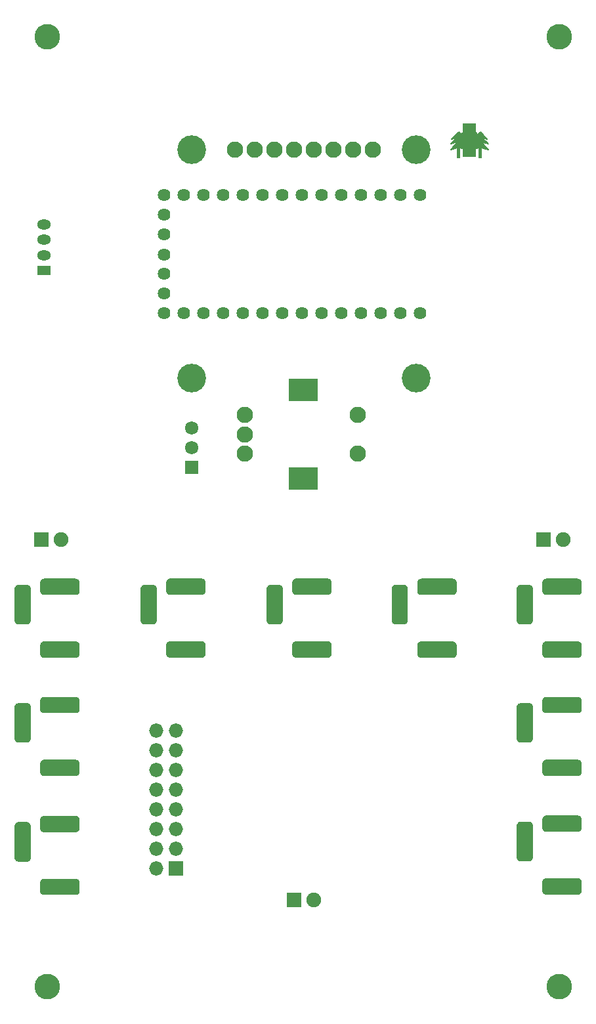
<source format=gbs>
G04 #@! TF.GenerationSoftware,KiCad,Pcbnew,(5.0.0-rc2-dev-444-g2974a2c10)*
G04 #@! TF.CreationDate,2019-06-05T22:24:42-07:00*
G04 #@! TF.ProjectId,2019-04-06_Range_Slicer_PCB,323031392D30342D30365F52616E6765,v02*
G04 #@! TF.SameCoordinates,Original*
G04 #@! TF.FileFunction,Soldermask,Bot*
G04 #@! TF.FilePolarity,Negative*
%FSLAX46Y46*%
G04 Gerber Fmt 4.6, Leading zero omitted, Abs format (unit mm)*
G04 Created by KiCad (PCBNEW (5.0.0-rc2-dev-444-g2974a2c10)) date 06/05/19 22:24:42*
%MOMM*%
%LPD*%
G01*
G04 APERTURE LIST*
%ADD10C,0.150000*%
%ADD11C,0.078740*%
%ADD12C,2.101600*%
%ADD13R,1.901600X1.901600*%
%ADD14C,1.901600*%
%ADD15R,3.701600X2.901600*%
%ADD16R,1.828800X1.828800*%
%ADD17O,1.828800X1.828800*%
%ADD18C,1.625600*%
%ADD19R,1.701600X1.301600*%
%ADD20R,1.801600X1.301600*%
%ADD21O,1.801600X1.301600*%
%ADD22C,1.721600*%
%ADD23R,1.721600X1.721600*%
%ADD24C,3.701600*%
%ADD25C,3.301600*%
G04 APERTURE END LIST*
D10*
G36*
X155956000Y-45430000D02*
X155956000Y-47230000D01*
X157966000Y-47250000D01*
X157966000Y-45450000D01*
X155956000Y-45430000D01*
G37*
X155956000Y-45430000D02*
X155956000Y-47230000D01*
X157966000Y-47250000D01*
X157966000Y-45450000D01*
X155956000Y-45430000D01*
G36*
X158376000Y-45250000D02*
X157487000Y-46139000D01*
X158249000Y-45885000D01*
X157360000Y-46774000D01*
X158249000Y-46520000D01*
X157360000Y-47536000D01*
X158249000Y-47282000D01*
X158249000Y-48552000D01*
X158503000Y-48552000D01*
X158503000Y-47282000D01*
X159392000Y-47536000D01*
X158503000Y-46520000D01*
X159392000Y-46774000D01*
X158503000Y-45885000D01*
X159265000Y-46139000D01*
X158376000Y-45250000D01*
G37*
X158376000Y-45250000D02*
X157487000Y-46139000D01*
X158249000Y-45885000D01*
X157360000Y-46774000D01*
X158249000Y-46520000D01*
X157360000Y-47536000D01*
X158249000Y-47282000D01*
X158249000Y-48552000D01*
X158503000Y-48552000D01*
X158503000Y-47282000D01*
X159392000Y-47536000D01*
X158503000Y-46520000D01*
X159392000Y-46774000D01*
X158503000Y-45885000D01*
X159265000Y-46139000D01*
X158376000Y-45250000D01*
G36*
X156979000Y-44488000D02*
X156090000Y-45377000D01*
X156852000Y-45123000D01*
X155963000Y-46012000D01*
X156852000Y-45758000D01*
X155963000Y-46774000D01*
X156852000Y-46520000D01*
X156852000Y-47790000D01*
X157106000Y-47790000D01*
X157106000Y-46520000D01*
X157995000Y-46774000D01*
X157106000Y-45758000D01*
X157995000Y-46012000D01*
X157106000Y-45123000D01*
X157868000Y-45377000D01*
X156979000Y-44488000D01*
G37*
X156979000Y-44488000D02*
X156090000Y-45377000D01*
X156852000Y-45123000D01*
X155963000Y-46012000D01*
X156852000Y-45758000D01*
X155963000Y-46774000D01*
X156852000Y-46520000D01*
X156852000Y-47790000D01*
X157106000Y-47790000D01*
X157106000Y-46520000D01*
X157995000Y-46774000D01*
X157106000Y-45758000D01*
X157995000Y-46012000D01*
X157106000Y-45123000D01*
X157868000Y-45377000D01*
X156979000Y-44488000D01*
G36*
X155582000Y-45250000D02*
X154693000Y-46139000D01*
X155455000Y-45885000D01*
X154566000Y-46774000D01*
X155455000Y-46520000D01*
X154566000Y-47536000D01*
X155455000Y-47282000D01*
X155455000Y-48552000D01*
X155709000Y-48552000D01*
X155709000Y-47282000D01*
X156598000Y-47536000D01*
X155709000Y-46520000D01*
X156598000Y-46774000D01*
X155709000Y-45885000D01*
X156471000Y-46139000D01*
X155582000Y-45250000D01*
G37*
X155582000Y-45250000D02*
X154693000Y-46139000D01*
X155455000Y-45885000D01*
X154566000Y-46774000D01*
X155455000Y-46520000D01*
X154566000Y-47536000D01*
X155455000Y-47282000D01*
X155455000Y-48552000D01*
X155709000Y-48552000D01*
X155709000Y-47282000D01*
X156598000Y-47536000D01*
X155709000Y-46520000D01*
X156598000Y-46774000D01*
X155709000Y-45885000D01*
X156471000Y-46139000D01*
X155582000Y-45250000D01*
D11*
G36*
X122460898Y-102838730D02*
X122511900Y-102846295D01*
X122561916Y-102858824D01*
X122610462Y-102876194D01*
X122657072Y-102898239D01*
X122701297Y-102924746D01*
X122742710Y-102955460D01*
X122780914Y-102990086D01*
X122815540Y-103028290D01*
X122846254Y-103069703D01*
X122872761Y-103113928D01*
X122894806Y-103160538D01*
X122912176Y-103209084D01*
X122924705Y-103259100D01*
X122932270Y-103310102D01*
X122934800Y-103361600D01*
X122934800Y-104412400D01*
X122932270Y-104463898D01*
X122924705Y-104514900D01*
X122912176Y-104564916D01*
X122894806Y-104613462D01*
X122872761Y-104660072D01*
X122846254Y-104704297D01*
X122815540Y-104745710D01*
X122780914Y-104783914D01*
X122742710Y-104818540D01*
X122701297Y-104849254D01*
X122657072Y-104875761D01*
X122610462Y-104897806D01*
X122561916Y-104915176D01*
X122511900Y-104927705D01*
X122460898Y-104935270D01*
X122409400Y-104937800D01*
X118358600Y-104937800D01*
X118307102Y-104935270D01*
X118256100Y-104927705D01*
X118206084Y-104915176D01*
X118157538Y-104897806D01*
X118110928Y-104875761D01*
X118066703Y-104849254D01*
X118025290Y-104818540D01*
X117987086Y-104783914D01*
X117952460Y-104745710D01*
X117921746Y-104704297D01*
X117895239Y-104660072D01*
X117873194Y-104613462D01*
X117855824Y-104564916D01*
X117843295Y-104514900D01*
X117835730Y-104463898D01*
X117833200Y-104412400D01*
X117833200Y-103361600D01*
X117835730Y-103310102D01*
X117843295Y-103259100D01*
X117855824Y-103209084D01*
X117873194Y-103160538D01*
X117895239Y-103113928D01*
X117921746Y-103069703D01*
X117952460Y-103028290D01*
X117987086Y-102990086D01*
X118025290Y-102955460D01*
X118066703Y-102924746D01*
X118110928Y-102898239D01*
X118157538Y-102876194D01*
X118206084Y-102858824D01*
X118256100Y-102846295D01*
X118307102Y-102838730D01*
X118358600Y-102836200D01*
X122409400Y-102836200D01*
X122460898Y-102838730D01*
X122460898Y-102838730D01*
G37*
D12*
X120384000Y-103887000D03*
D11*
G36*
X116160898Y-103638730D02*
X116211900Y-103646295D01*
X116261916Y-103658824D01*
X116310462Y-103676194D01*
X116357072Y-103698239D01*
X116401297Y-103724746D01*
X116442710Y-103755460D01*
X116480914Y-103790086D01*
X116515540Y-103828290D01*
X116546254Y-103869703D01*
X116572761Y-103913928D01*
X116594806Y-103960538D01*
X116612176Y-104009084D01*
X116624705Y-104059100D01*
X116632270Y-104110102D01*
X116634800Y-104161600D01*
X116634800Y-108212400D01*
X116632270Y-108263898D01*
X116624705Y-108314900D01*
X116612176Y-108364916D01*
X116594806Y-108413462D01*
X116572761Y-108460072D01*
X116546254Y-108504297D01*
X116515540Y-108545710D01*
X116480914Y-108583914D01*
X116442710Y-108618540D01*
X116401297Y-108649254D01*
X116357072Y-108675761D01*
X116310462Y-108697806D01*
X116261916Y-108715176D01*
X116211900Y-108727705D01*
X116160898Y-108735270D01*
X116109400Y-108737800D01*
X115058600Y-108737800D01*
X115007102Y-108735270D01*
X114956100Y-108727705D01*
X114906084Y-108715176D01*
X114857538Y-108697806D01*
X114810928Y-108675761D01*
X114766703Y-108649254D01*
X114725290Y-108618540D01*
X114687086Y-108583914D01*
X114652460Y-108545710D01*
X114621746Y-108504297D01*
X114595239Y-108460072D01*
X114573194Y-108413462D01*
X114555824Y-108364916D01*
X114543295Y-108314900D01*
X114535730Y-108263898D01*
X114533200Y-108212400D01*
X114533200Y-104161600D01*
X114535730Y-104110102D01*
X114543295Y-104059100D01*
X114555824Y-104009084D01*
X114573194Y-103960538D01*
X114595239Y-103913928D01*
X114621746Y-103869703D01*
X114652460Y-103828290D01*
X114687086Y-103790086D01*
X114725290Y-103755460D01*
X114766703Y-103724746D01*
X114810928Y-103698239D01*
X114857538Y-103676194D01*
X114906084Y-103658824D01*
X114956100Y-103646295D01*
X115007102Y-103638730D01*
X115058600Y-103636200D01*
X116109400Y-103636200D01*
X116160898Y-103638730D01*
X116160898Y-103638730D01*
G37*
D12*
X115584000Y-106187000D03*
D11*
G36*
X122460898Y-110938730D02*
X122511900Y-110946295D01*
X122561916Y-110958824D01*
X122610462Y-110976194D01*
X122657072Y-110998239D01*
X122701297Y-111024746D01*
X122742710Y-111055460D01*
X122780914Y-111090086D01*
X122815540Y-111128290D01*
X122846254Y-111169703D01*
X122872761Y-111213928D01*
X122894806Y-111260538D01*
X122912176Y-111309084D01*
X122924705Y-111359100D01*
X122932270Y-111410102D01*
X122934800Y-111461600D01*
X122934800Y-112512400D01*
X122932270Y-112563898D01*
X122924705Y-112614900D01*
X122912176Y-112664916D01*
X122894806Y-112713462D01*
X122872761Y-112760072D01*
X122846254Y-112804297D01*
X122815540Y-112845710D01*
X122780914Y-112883914D01*
X122742710Y-112918540D01*
X122701297Y-112949254D01*
X122657072Y-112975761D01*
X122610462Y-112997806D01*
X122561916Y-113015176D01*
X122511900Y-113027705D01*
X122460898Y-113035270D01*
X122409400Y-113037800D01*
X118358600Y-113037800D01*
X118307102Y-113035270D01*
X118256100Y-113027705D01*
X118206084Y-113015176D01*
X118157538Y-112997806D01*
X118110928Y-112975761D01*
X118066703Y-112949254D01*
X118025290Y-112918540D01*
X117987086Y-112883914D01*
X117952460Y-112845710D01*
X117921746Y-112804297D01*
X117895239Y-112760072D01*
X117873194Y-112713462D01*
X117855824Y-112664916D01*
X117843295Y-112614900D01*
X117835730Y-112563898D01*
X117833200Y-112512400D01*
X117833200Y-111461600D01*
X117835730Y-111410102D01*
X117843295Y-111359100D01*
X117855824Y-111309084D01*
X117873194Y-111260538D01*
X117895239Y-111213928D01*
X117921746Y-111169703D01*
X117952460Y-111128290D01*
X117987086Y-111090086D01*
X118025290Y-111055460D01*
X118066703Y-111024746D01*
X118110928Y-110998239D01*
X118157538Y-110976194D01*
X118206084Y-110958824D01*
X118256100Y-110946295D01*
X118307102Y-110938730D01*
X118358600Y-110936200D01*
X122409400Y-110936200D01*
X122460898Y-110938730D01*
X122460898Y-110938730D01*
G37*
D12*
X120384000Y-111987000D03*
D11*
G36*
X138716898Y-102838730D02*
X138767900Y-102846295D01*
X138817916Y-102858824D01*
X138866462Y-102876194D01*
X138913072Y-102898239D01*
X138957297Y-102924746D01*
X138998710Y-102955460D01*
X139036914Y-102990086D01*
X139071540Y-103028290D01*
X139102254Y-103069703D01*
X139128761Y-103113928D01*
X139150806Y-103160538D01*
X139168176Y-103209084D01*
X139180705Y-103259100D01*
X139188270Y-103310102D01*
X139190800Y-103361600D01*
X139190800Y-104412400D01*
X139188270Y-104463898D01*
X139180705Y-104514900D01*
X139168176Y-104564916D01*
X139150806Y-104613462D01*
X139128761Y-104660072D01*
X139102254Y-104704297D01*
X139071540Y-104745710D01*
X139036914Y-104783914D01*
X138998710Y-104818540D01*
X138957297Y-104849254D01*
X138913072Y-104875761D01*
X138866462Y-104897806D01*
X138817916Y-104915176D01*
X138767900Y-104927705D01*
X138716898Y-104935270D01*
X138665400Y-104937800D01*
X134614600Y-104937800D01*
X134563102Y-104935270D01*
X134512100Y-104927705D01*
X134462084Y-104915176D01*
X134413538Y-104897806D01*
X134366928Y-104875761D01*
X134322703Y-104849254D01*
X134281290Y-104818540D01*
X134243086Y-104783914D01*
X134208460Y-104745710D01*
X134177746Y-104704297D01*
X134151239Y-104660072D01*
X134129194Y-104613462D01*
X134111824Y-104564916D01*
X134099295Y-104514900D01*
X134091730Y-104463898D01*
X134089200Y-104412400D01*
X134089200Y-103361600D01*
X134091730Y-103310102D01*
X134099295Y-103259100D01*
X134111824Y-103209084D01*
X134129194Y-103160538D01*
X134151239Y-103113928D01*
X134177746Y-103069703D01*
X134208460Y-103028290D01*
X134243086Y-102990086D01*
X134281290Y-102955460D01*
X134322703Y-102924746D01*
X134366928Y-102898239D01*
X134413538Y-102876194D01*
X134462084Y-102858824D01*
X134512100Y-102846295D01*
X134563102Y-102838730D01*
X134614600Y-102836200D01*
X138665400Y-102836200D01*
X138716898Y-102838730D01*
X138716898Y-102838730D01*
G37*
D12*
X136640000Y-103887000D03*
D11*
G36*
X132416898Y-103638730D02*
X132467900Y-103646295D01*
X132517916Y-103658824D01*
X132566462Y-103676194D01*
X132613072Y-103698239D01*
X132657297Y-103724746D01*
X132698710Y-103755460D01*
X132736914Y-103790086D01*
X132771540Y-103828290D01*
X132802254Y-103869703D01*
X132828761Y-103913928D01*
X132850806Y-103960538D01*
X132868176Y-104009084D01*
X132880705Y-104059100D01*
X132888270Y-104110102D01*
X132890800Y-104161600D01*
X132890800Y-108212400D01*
X132888270Y-108263898D01*
X132880705Y-108314900D01*
X132868176Y-108364916D01*
X132850806Y-108413462D01*
X132828761Y-108460072D01*
X132802254Y-108504297D01*
X132771540Y-108545710D01*
X132736914Y-108583914D01*
X132698710Y-108618540D01*
X132657297Y-108649254D01*
X132613072Y-108675761D01*
X132566462Y-108697806D01*
X132517916Y-108715176D01*
X132467900Y-108727705D01*
X132416898Y-108735270D01*
X132365400Y-108737800D01*
X131314600Y-108737800D01*
X131263102Y-108735270D01*
X131212100Y-108727705D01*
X131162084Y-108715176D01*
X131113538Y-108697806D01*
X131066928Y-108675761D01*
X131022703Y-108649254D01*
X130981290Y-108618540D01*
X130943086Y-108583914D01*
X130908460Y-108545710D01*
X130877746Y-108504297D01*
X130851239Y-108460072D01*
X130829194Y-108413462D01*
X130811824Y-108364916D01*
X130799295Y-108314900D01*
X130791730Y-108263898D01*
X130789200Y-108212400D01*
X130789200Y-104161600D01*
X130791730Y-104110102D01*
X130799295Y-104059100D01*
X130811824Y-104009084D01*
X130829194Y-103960538D01*
X130851239Y-103913928D01*
X130877746Y-103869703D01*
X130908460Y-103828290D01*
X130943086Y-103790086D01*
X130981290Y-103755460D01*
X131022703Y-103724746D01*
X131066928Y-103698239D01*
X131113538Y-103676194D01*
X131162084Y-103658824D01*
X131212100Y-103646295D01*
X131263102Y-103638730D01*
X131314600Y-103636200D01*
X132365400Y-103636200D01*
X132416898Y-103638730D01*
X132416898Y-103638730D01*
G37*
D12*
X131840000Y-106187000D03*
D11*
G36*
X138716898Y-110938730D02*
X138767900Y-110946295D01*
X138817916Y-110958824D01*
X138866462Y-110976194D01*
X138913072Y-110998239D01*
X138957297Y-111024746D01*
X138998710Y-111055460D01*
X139036914Y-111090086D01*
X139071540Y-111128290D01*
X139102254Y-111169703D01*
X139128761Y-111213928D01*
X139150806Y-111260538D01*
X139168176Y-111309084D01*
X139180705Y-111359100D01*
X139188270Y-111410102D01*
X139190800Y-111461600D01*
X139190800Y-112512400D01*
X139188270Y-112563898D01*
X139180705Y-112614900D01*
X139168176Y-112664916D01*
X139150806Y-112713462D01*
X139128761Y-112760072D01*
X139102254Y-112804297D01*
X139071540Y-112845710D01*
X139036914Y-112883914D01*
X138998710Y-112918540D01*
X138957297Y-112949254D01*
X138913072Y-112975761D01*
X138866462Y-112997806D01*
X138817916Y-113015176D01*
X138767900Y-113027705D01*
X138716898Y-113035270D01*
X138665400Y-113037800D01*
X134614600Y-113037800D01*
X134563102Y-113035270D01*
X134512100Y-113027705D01*
X134462084Y-113015176D01*
X134413538Y-112997806D01*
X134366928Y-112975761D01*
X134322703Y-112949254D01*
X134281290Y-112918540D01*
X134243086Y-112883914D01*
X134208460Y-112845710D01*
X134177746Y-112804297D01*
X134151239Y-112760072D01*
X134129194Y-112713462D01*
X134111824Y-112664916D01*
X134099295Y-112614900D01*
X134091730Y-112563898D01*
X134089200Y-112512400D01*
X134089200Y-111461600D01*
X134091730Y-111410102D01*
X134099295Y-111359100D01*
X134111824Y-111309084D01*
X134129194Y-111260538D01*
X134151239Y-111213928D01*
X134177746Y-111169703D01*
X134208460Y-111128290D01*
X134243086Y-111090086D01*
X134281290Y-111055460D01*
X134322703Y-111024746D01*
X134366928Y-110998239D01*
X134413538Y-110976194D01*
X134462084Y-110958824D01*
X134512100Y-110946295D01*
X134563102Y-110938730D01*
X134614600Y-110936200D01*
X138665400Y-110936200D01*
X138716898Y-110938730D01*
X138716898Y-110938730D01*
G37*
D12*
X136640000Y-111987000D03*
D11*
G36*
X170974898Y-102851730D02*
X171025900Y-102859295D01*
X171075916Y-102871824D01*
X171124462Y-102889194D01*
X171171072Y-102911239D01*
X171215297Y-102937746D01*
X171256710Y-102968460D01*
X171294914Y-103003086D01*
X171329540Y-103041290D01*
X171360254Y-103082703D01*
X171386761Y-103126928D01*
X171408806Y-103173538D01*
X171426176Y-103222084D01*
X171438705Y-103272100D01*
X171446270Y-103323102D01*
X171448800Y-103374600D01*
X171448800Y-104425400D01*
X171446270Y-104476898D01*
X171438705Y-104527900D01*
X171426176Y-104577916D01*
X171408806Y-104626462D01*
X171386761Y-104673072D01*
X171360254Y-104717297D01*
X171329540Y-104758710D01*
X171294914Y-104796914D01*
X171256710Y-104831540D01*
X171215297Y-104862254D01*
X171171072Y-104888761D01*
X171124462Y-104910806D01*
X171075916Y-104928176D01*
X171025900Y-104940705D01*
X170974898Y-104948270D01*
X170923400Y-104950800D01*
X166872600Y-104950800D01*
X166821102Y-104948270D01*
X166770100Y-104940705D01*
X166720084Y-104928176D01*
X166671538Y-104910806D01*
X166624928Y-104888761D01*
X166580703Y-104862254D01*
X166539290Y-104831540D01*
X166501086Y-104796914D01*
X166466460Y-104758710D01*
X166435746Y-104717297D01*
X166409239Y-104673072D01*
X166387194Y-104626462D01*
X166369824Y-104577916D01*
X166357295Y-104527900D01*
X166349730Y-104476898D01*
X166347200Y-104425400D01*
X166347200Y-103374600D01*
X166349730Y-103323102D01*
X166357295Y-103272100D01*
X166369824Y-103222084D01*
X166387194Y-103173538D01*
X166409239Y-103126928D01*
X166435746Y-103082703D01*
X166466460Y-103041290D01*
X166501086Y-103003086D01*
X166539290Y-102968460D01*
X166580703Y-102937746D01*
X166624928Y-102911239D01*
X166671538Y-102889194D01*
X166720084Y-102871824D01*
X166770100Y-102859295D01*
X166821102Y-102851730D01*
X166872600Y-102849200D01*
X170923400Y-102849200D01*
X170974898Y-102851730D01*
X170974898Y-102851730D01*
G37*
D12*
X168898000Y-103900000D03*
D11*
G36*
X164674898Y-103651730D02*
X164725900Y-103659295D01*
X164775916Y-103671824D01*
X164824462Y-103689194D01*
X164871072Y-103711239D01*
X164915297Y-103737746D01*
X164956710Y-103768460D01*
X164994914Y-103803086D01*
X165029540Y-103841290D01*
X165060254Y-103882703D01*
X165086761Y-103926928D01*
X165108806Y-103973538D01*
X165126176Y-104022084D01*
X165138705Y-104072100D01*
X165146270Y-104123102D01*
X165148800Y-104174600D01*
X165148800Y-108225400D01*
X165146270Y-108276898D01*
X165138705Y-108327900D01*
X165126176Y-108377916D01*
X165108806Y-108426462D01*
X165086761Y-108473072D01*
X165060254Y-108517297D01*
X165029540Y-108558710D01*
X164994914Y-108596914D01*
X164956710Y-108631540D01*
X164915297Y-108662254D01*
X164871072Y-108688761D01*
X164824462Y-108710806D01*
X164775916Y-108728176D01*
X164725900Y-108740705D01*
X164674898Y-108748270D01*
X164623400Y-108750800D01*
X163572600Y-108750800D01*
X163521102Y-108748270D01*
X163470100Y-108740705D01*
X163420084Y-108728176D01*
X163371538Y-108710806D01*
X163324928Y-108688761D01*
X163280703Y-108662254D01*
X163239290Y-108631540D01*
X163201086Y-108596914D01*
X163166460Y-108558710D01*
X163135746Y-108517297D01*
X163109239Y-108473072D01*
X163087194Y-108426462D01*
X163069824Y-108377916D01*
X163057295Y-108327900D01*
X163049730Y-108276898D01*
X163047200Y-108225400D01*
X163047200Y-104174600D01*
X163049730Y-104123102D01*
X163057295Y-104072100D01*
X163069824Y-104022084D01*
X163087194Y-103973538D01*
X163109239Y-103926928D01*
X163135746Y-103882703D01*
X163166460Y-103841290D01*
X163201086Y-103803086D01*
X163239290Y-103768460D01*
X163280703Y-103737746D01*
X163324928Y-103711239D01*
X163371538Y-103689194D01*
X163420084Y-103671824D01*
X163470100Y-103659295D01*
X163521102Y-103651730D01*
X163572600Y-103649200D01*
X164623400Y-103649200D01*
X164674898Y-103651730D01*
X164674898Y-103651730D01*
G37*
D12*
X164098000Y-106200000D03*
D11*
G36*
X170974898Y-110951730D02*
X171025900Y-110959295D01*
X171075916Y-110971824D01*
X171124462Y-110989194D01*
X171171072Y-111011239D01*
X171215297Y-111037746D01*
X171256710Y-111068460D01*
X171294914Y-111103086D01*
X171329540Y-111141290D01*
X171360254Y-111182703D01*
X171386761Y-111226928D01*
X171408806Y-111273538D01*
X171426176Y-111322084D01*
X171438705Y-111372100D01*
X171446270Y-111423102D01*
X171448800Y-111474600D01*
X171448800Y-112525400D01*
X171446270Y-112576898D01*
X171438705Y-112627900D01*
X171426176Y-112677916D01*
X171408806Y-112726462D01*
X171386761Y-112773072D01*
X171360254Y-112817297D01*
X171329540Y-112858710D01*
X171294914Y-112896914D01*
X171256710Y-112931540D01*
X171215297Y-112962254D01*
X171171072Y-112988761D01*
X171124462Y-113010806D01*
X171075916Y-113028176D01*
X171025900Y-113040705D01*
X170974898Y-113048270D01*
X170923400Y-113050800D01*
X166872600Y-113050800D01*
X166821102Y-113048270D01*
X166770100Y-113040705D01*
X166720084Y-113028176D01*
X166671538Y-113010806D01*
X166624928Y-112988761D01*
X166580703Y-112962254D01*
X166539290Y-112931540D01*
X166501086Y-112896914D01*
X166466460Y-112858710D01*
X166435746Y-112817297D01*
X166409239Y-112773072D01*
X166387194Y-112726462D01*
X166369824Y-112677916D01*
X166357295Y-112627900D01*
X166349730Y-112576898D01*
X166347200Y-112525400D01*
X166347200Y-111474600D01*
X166349730Y-111423102D01*
X166357295Y-111372100D01*
X166369824Y-111322084D01*
X166387194Y-111273538D01*
X166409239Y-111226928D01*
X166435746Y-111182703D01*
X166466460Y-111141290D01*
X166501086Y-111103086D01*
X166539290Y-111068460D01*
X166580703Y-111037746D01*
X166624928Y-111011239D01*
X166671538Y-110989194D01*
X166720084Y-110971824D01*
X166770100Y-110959295D01*
X166821102Y-110951730D01*
X166872600Y-110949200D01*
X170923400Y-110949200D01*
X170974898Y-110951730D01*
X170974898Y-110951730D01*
G37*
D12*
X168898000Y-112000000D03*
D11*
G36*
X170974898Y-118101730D02*
X171025900Y-118109295D01*
X171075916Y-118121824D01*
X171124462Y-118139194D01*
X171171072Y-118161239D01*
X171215297Y-118187746D01*
X171256710Y-118218460D01*
X171294914Y-118253086D01*
X171329540Y-118291290D01*
X171360254Y-118332703D01*
X171386761Y-118376928D01*
X171408806Y-118423538D01*
X171426176Y-118472084D01*
X171438705Y-118522100D01*
X171446270Y-118573102D01*
X171448800Y-118624600D01*
X171448800Y-119675400D01*
X171446270Y-119726898D01*
X171438705Y-119777900D01*
X171426176Y-119827916D01*
X171408806Y-119876462D01*
X171386761Y-119923072D01*
X171360254Y-119967297D01*
X171329540Y-120008710D01*
X171294914Y-120046914D01*
X171256710Y-120081540D01*
X171215297Y-120112254D01*
X171171072Y-120138761D01*
X171124462Y-120160806D01*
X171075916Y-120178176D01*
X171025900Y-120190705D01*
X170974898Y-120198270D01*
X170923400Y-120200800D01*
X166872600Y-120200800D01*
X166821102Y-120198270D01*
X166770100Y-120190705D01*
X166720084Y-120178176D01*
X166671538Y-120160806D01*
X166624928Y-120138761D01*
X166580703Y-120112254D01*
X166539290Y-120081540D01*
X166501086Y-120046914D01*
X166466460Y-120008710D01*
X166435746Y-119967297D01*
X166409239Y-119923072D01*
X166387194Y-119876462D01*
X166369824Y-119827916D01*
X166357295Y-119777900D01*
X166349730Y-119726898D01*
X166347200Y-119675400D01*
X166347200Y-118624600D01*
X166349730Y-118573102D01*
X166357295Y-118522100D01*
X166369824Y-118472084D01*
X166387194Y-118423538D01*
X166409239Y-118376928D01*
X166435746Y-118332703D01*
X166466460Y-118291290D01*
X166501086Y-118253086D01*
X166539290Y-118218460D01*
X166580703Y-118187746D01*
X166624928Y-118161239D01*
X166671538Y-118139194D01*
X166720084Y-118121824D01*
X166770100Y-118109295D01*
X166821102Y-118101730D01*
X166872600Y-118099200D01*
X170923400Y-118099200D01*
X170974898Y-118101730D01*
X170974898Y-118101730D01*
G37*
D12*
X168898000Y-119150000D03*
D11*
G36*
X164674898Y-118901730D02*
X164725900Y-118909295D01*
X164775916Y-118921824D01*
X164824462Y-118939194D01*
X164871072Y-118961239D01*
X164915297Y-118987746D01*
X164956710Y-119018460D01*
X164994914Y-119053086D01*
X165029540Y-119091290D01*
X165060254Y-119132703D01*
X165086761Y-119176928D01*
X165108806Y-119223538D01*
X165126176Y-119272084D01*
X165138705Y-119322100D01*
X165146270Y-119373102D01*
X165148800Y-119424600D01*
X165148800Y-123475400D01*
X165146270Y-123526898D01*
X165138705Y-123577900D01*
X165126176Y-123627916D01*
X165108806Y-123676462D01*
X165086761Y-123723072D01*
X165060254Y-123767297D01*
X165029540Y-123808710D01*
X164994914Y-123846914D01*
X164956710Y-123881540D01*
X164915297Y-123912254D01*
X164871072Y-123938761D01*
X164824462Y-123960806D01*
X164775916Y-123978176D01*
X164725900Y-123990705D01*
X164674898Y-123998270D01*
X164623400Y-124000800D01*
X163572600Y-124000800D01*
X163521102Y-123998270D01*
X163470100Y-123990705D01*
X163420084Y-123978176D01*
X163371538Y-123960806D01*
X163324928Y-123938761D01*
X163280703Y-123912254D01*
X163239290Y-123881540D01*
X163201086Y-123846914D01*
X163166460Y-123808710D01*
X163135746Y-123767297D01*
X163109239Y-123723072D01*
X163087194Y-123676462D01*
X163069824Y-123627916D01*
X163057295Y-123577900D01*
X163049730Y-123526898D01*
X163047200Y-123475400D01*
X163047200Y-119424600D01*
X163049730Y-119373102D01*
X163057295Y-119322100D01*
X163069824Y-119272084D01*
X163087194Y-119223538D01*
X163109239Y-119176928D01*
X163135746Y-119132703D01*
X163166460Y-119091290D01*
X163201086Y-119053086D01*
X163239290Y-119018460D01*
X163280703Y-118987746D01*
X163324928Y-118961239D01*
X163371538Y-118939194D01*
X163420084Y-118921824D01*
X163470100Y-118909295D01*
X163521102Y-118901730D01*
X163572600Y-118899200D01*
X164623400Y-118899200D01*
X164674898Y-118901730D01*
X164674898Y-118901730D01*
G37*
D12*
X164098000Y-121450000D03*
D11*
G36*
X170974898Y-126201730D02*
X171025900Y-126209295D01*
X171075916Y-126221824D01*
X171124462Y-126239194D01*
X171171072Y-126261239D01*
X171215297Y-126287746D01*
X171256710Y-126318460D01*
X171294914Y-126353086D01*
X171329540Y-126391290D01*
X171360254Y-126432703D01*
X171386761Y-126476928D01*
X171408806Y-126523538D01*
X171426176Y-126572084D01*
X171438705Y-126622100D01*
X171446270Y-126673102D01*
X171448800Y-126724600D01*
X171448800Y-127775400D01*
X171446270Y-127826898D01*
X171438705Y-127877900D01*
X171426176Y-127927916D01*
X171408806Y-127976462D01*
X171386761Y-128023072D01*
X171360254Y-128067297D01*
X171329540Y-128108710D01*
X171294914Y-128146914D01*
X171256710Y-128181540D01*
X171215297Y-128212254D01*
X171171072Y-128238761D01*
X171124462Y-128260806D01*
X171075916Y-128278176D01*
X171025900Y-128290705D01*
X170974898Y-128298270D01*
X170923400Y-128300800D01*
X166872600Y-128300800D01*
X166821102Y-128298270D01*
X166770100Y-128290705D01*
X166720084Y-128278176D01*
X166671538Y-128260806D01*
X166624928Y-128238761D01*
X166580703Y-128212254D01*
X166539290Y-128181540D01*
X166501086Y-128146914D01*
X166466460Y-128108710D01*
X166435746Y-128067297D01*
X166409239Y-128023072D01*
X166387194Y-127976462D01*
X166369824Y-127927916D01*
X166357295Y-127877900D01*
X166349730Y-127826898D01*
X166347200Y-127775400D01*
X166347200Y-126724600D01*
X166349730Y-126673102D01*
X166357295Y-126622100D01*
X166369824Y-126572084D01*
X166387194Y-126523538D01*
X166409239Y-126476928D01*
X166435746Y-126432703D01*
X166466460Y-126391290D01*
X166501086Y-126353086D01*
X166539290Y-126318460D01*
X166580703Y-126287746D01*
X166624928Y-126261239D01*
X166671538Y-126239194D01*
X166720084Y-126221824D01*
X166770100Y-126209295D01*
X166821102Y-126201730D01*
X166872600Y-126199200D01*
X170923400Y-126199200D01*
X170974898Y-126201730D01*
X170974898Y-126201730D01*
G37*
D12*
X168898000Y-127250000D03*
D11*
G36*
X170974898Y-133401730D02*
X171025900Y-133409295D01*
X171075916Y-133421824D01*
X171124462Y-133439194D01*
X171171072Y-133461239D01*
X171215297Y-133487746D01*
X171256710Y-133518460D01*
X171294914Y-133553086D01*
X171329540Y-133591290D01*
X171360254Y-133632703D01*
X171386761Y-133676928D01*
X171408806Y-133723538D01*
X171426176Y-133772084D01*
X171438705Y-133822100D01*
X171446270Y-133873102D01*
X171448800Y-133924600D01*
X171448800Y-134975400D01*
X171446270Y-135026898D01*
X171438705Y-135077900D01*
X171426176Y-135127916D01*
X171408806Y-135176462D01*
X171386761Y-135223072D01*
X171360254Y-135267297D01*
X171329540Y-135308710D01*
X171294914Y-135346914D01*
X171256710Y-135381540D01*
X171215297Y-135412254D01*
X171171072Y-135438761D01*
X171124462Y-135460806D01*
X171075916Y-135478176D01*
X171025900Y-135490705D01*
X170974898Y-135498270D01*
X170923400Y-135500800D01*
X166872600Y-135500800D01*
X166821102Y-135498270D01*
X166770100Y-135490705D01*
X166720084Y-135478176D01*
X166671538Y-135460806D01*
X166624928Y-135438761D01*
X166580703Y-135412254D01*
X166539290Y-135381540D01*
X166501086Y-135346914D01*
X166466460Y-135308710D01*
X166435746Y-135267297D01*
X166409239Y-135223072D01*
X166387194Y-135176462D01*
X166369824Y-135127916D01*
X166357295Y-135077900D01*
X166349730Y-135026898D01*
X166347200Y-134975400D01*
X166347200Y-133924600D01*
X166349730Y-133873102D01*
X166357295Y-133822100D01*
X166369824Y-133772084D01*
X166387194Y-133723538D01*
X166409239Y-133676928D01*
X166435746Y-133632703D01*
X166466460Y-133591290D01*
X166501086Y-133553086D01*
X166539290Y-133518460D01*
X166580703Y-133487746D01*
X166624928Y-133461239D01*
X166671538Y-133439194D01*
X166720084Y-133421824D01*
X166770100Y-133409295D01*
X166821102Y-133401730D01*
X166872600Y-133399200D01*
X170923400Y-133399200D01*
X170974898Y-133401730D01*
X170974898Y-133401730D01*
G37*
D12*
X168898000Y-134450000D03*
D11*
G36*
X164674898Y-134201730D02*
X164725900Y-134209295D01*
X164775916Y-134221824D01*
X164824462Y-134239194D01*
X164871072Y-134261239D01*
X164915297Y-134287746D01*
X164956710Y-134318460D01*
X164994914Y-134353086D01*
X165029540Y-134391290D01*
X165060254Y-134432703D01*
X165086761Y-134476928D01*
X165108806Y-134523538D01*
X165126176Y-134572084D01*
X165138705Y-134622100D01*
X165146270Y-134673102D01*
X165148800Y-134724600D01*
X165148800Y-138775400D01*
X165146270Y-138826898D01*
X165138705Y-138877900D01*
X165126176Y-138927916D01*
X165108806Y-138976462D01*
X165086761Y-139023072D01*
X165060254Y-139067297D01*
X165029540Y-139108710D01*
X164994914Y-139146914D01*
X164956710Y-139181540D01*
X164915297Y-139212254D01*
X164871072Y-139238761D01*
X164824462Y-139260806D01*
X164775916Y-139278176D01*
X164725900Y-139290705D01*
X164674898Y-139298270D01*
X164623400Y-139300800D01*
X163572600Y-139300800D01*
X163521102Y-139298270D01*
X163470100Y-139290705D01*
X163420084Y-139278176D01*
X163371538Y-139260806D01*
X163324928Y-139238761D01*
X163280703Y-139212254D01*
X163239290Y-139181540D01*
X163201086Y-139146914D01*
X163166460Y-139108710D01*
X163135746Y-139067297D01*
X163109239Y-139023072D01*
X163087194Y-138976462D01*
X163069824Y-138927916D01*
X163057295Y-138877900D01*
X163049730Y-138826898D01*
X163047200Y-138775400D01*
X163047200Y-134724600D01*
X163049730Y-134673102D01*
X163057295Y-134622100D01*
X163069824Y-134572084D01*
X163087194Y-134523538D01*
X163109239Y-134476928D01*
X163135746Y-134432703D01*
X163166460Y-134391290D01*
X163201086Y-134353086D01*
X163239290Y-134318460D01*
X163280703Y-134287746D01*
X163324928Y-134261239D01*
X163371538Y-134239194D01*
X163420084Y-134221824D01*
X163470100Y-134209295D01*
X163521102Y-134201730D01*
X163572600Y-134199200D01*
X164623400Y-134199200D01*
X164674898Y-134201730D01*
X164674898Y-134201730D01*
G37*
D12*
X164098000Y-136750000D03*
D11*
G36*
X170974898Y-141501730D02*
X171025900Y-141509295D01*
X171075916Y-141521824D01*
X171124462Y-141539194D01*
X171171072Y-141561239D01*
X171215297Y-141587746D01*
X171256710Y-141618460D01*
X171294914Y-141653086D01*
X171329540Y-141691290D01*
X171360254Y-141732703D01*
X171386761Y-141776928D01*
X171408806Y-141823538D01*
X171426176Y-141872084D01*
X171438705Y-141922100D01*
X171446270Y-141973102D01*
X171448800Y-142024600D01*
X171448800Y-143075400D01*
X171446270Y-143126898D01*
X171438705Y-143177900D01*
X171426176Y-143227916D01*
X171408806Y-143276462D01*
X171386761Y-143323072D01*
X171360254Y-143367297D01*
X171329540Y-143408710D01*
X171294914Y-143446914D01*
X171256710Y-143481540D01*
X171215297Y-143512254D01*
X171171072Y-143538761D01*
X171124462Y-143560806D01*
X171075916Y-143578176D01*
X171025900Y-143590705D01*
X170974898Y-143598270D01*
X170923400Y-143600800D01*
X166872600Y-143600800D01*
X166821102Y-143598270D01*
X166770100Y-143590705D01*
X166720084Y-143578176D01*
X166671538Y-143560806D01*
X166624928Y-143538761D01*
X166580703Y-143512254D01*
X166539290Y-143481540D01*
X166501086Y-143446914D01*
X166466460Y-143408710D01*
X166435746Y-143367297D01*
X166409239Y-143323072D01*
X166387194Y-143276462D01*
X166369824Y-143227916D01*
X166357295Y-143177900D01*
X166349730Y-143126898D01*
X166347200Y-143075400D01*
X166347200Y-142024600D01*
X166349730Y-141973102D01*
X166357295Y-141922100D01*
X166369824Y-141872084D01*
X166387194Y-141823538D01*
X166409239Y-141776928D01*
X166435746Y-141732703D01*
X166466460Y-141691290D01*
X166501086Y-141653086D01*
X166539290Y-141618460D01*
X166580703Y-141587746D01*
X166624928Y-141561239D01*
X166671538Y-141539194D01*
X166720084Y-141521824D01*
X166770100Y-141509295D01*
X166821102Y-141501730D01*
X166872600Y-141499200D01*
X170923400Y-141499200D01*
X170974898Y-141501730D01*
X170974898Y-141501730D01*
G37*
D12*
X168898000Y-142550000D03*
D11*
G36*
X154845898Y-102851730D02*
X154896900Y-102859295D01*
X154946916Y-102871824D01*
X154995462Y-102889194D01*
X155042072Y-102911239D01*
X155086297Y-102937746D01*
X155127710Y-102968460D01*
X155165914Y-103003086D01*
X155200540Y-103041290D01*
X155231254Y-103082703D01*
X155257761Y-103126928D01*
X155279806Y-103173538D01*
X155297176Y-103222084D01*
X155309705Y-103272100D01*
X155317270Y-103323102D01*
X155319800Y-103374600D01*
X155319800Y-104425400D01*
X155317270Y-104476898D01*
X155309705Y-104527900D01*
X155297176Y-104577916D01*
X155279806Y-104626462D01*
X155257761Y-104673072D01*
X155231254Y-104717297D01*
X155200540Y-104758710D01*
X155165914Y-104796914D01*
X155127710Y-104831540D01*
X155086297Y-104862254D01*
X155042072Y-104888761D01*
X154995462Y-104910806D01*
X154946916Y-104928176D01*
X154896900Y-104940705D01*
X154845898Y-104948270D01*
X154794400Y-104950800D01*
X150743600Y-104950800D01*
X150692102Y-104948270D01*
X150641100Y-104940705D01*
X150591084Y-104928176D01*
X150542538Y-104910806D01*
X150495928Y-104888761D01*
X150451703Y-104862254D01*
X150410290Y-104831540D01*
X150372086Y-104796914D01*
X150337460Y-104758710D01*
X150306746Y-104717297D01*
X150280239Y-104673072D01*
X150258194Y-104626462D01*
X150240824Y-104577916D01*
X150228295Y-104527900D01*
X150220730Y-104476898D01*
X150218200Y-104425400D01*
X150218200Y-103374600D01*
X150220730Y-103323102D01*
X150228295Y-103272100D01*
X150240824Y-103222084D01*
X150258194Y-103173538D01*
X150280239Y-103126928D01*
X150306746Y-103082703D01*
X150337460Y-103041290D01*
X150372086Y-103003086D01*
X150410290Y-102968460D01*
X150451703Y-102937746D01*
X150495928Y-102911239D01*
X150542538Y-102889194D01*
X150591084Y-102871824D01*
X150641100Y-102859295D01*
X150692102Y-102851730D01*
X150743600Y-102849200D01*
X154794400Y-102849200D01*
X154845898Y-102851730D01*
X154845898Y-102851730D01*
G37*
D12*
X152769000Y-103900000D03*
D11*
G36*
X148545898Y-103651730D02*
X148596900Y-103659295D01*
X148646916Y-103671824D01*
X148695462Y-103689194D01*
X148742072Y-103711239D01*
X148786297Y-103737746D01*
X148827710Y-103768460D01*
X148865914Y-103803086D01*
X148900540Y-103841290D01*
X148931254Y-103882703D01*
X148957761Y-103926928D01*
X148979806Y-103973538D01*
X148997176Y-104022084D01*
X149009705Y-104072100D01*
X149017270Y-104123102D01*
X149019800Y-104174600D01*
X149019800Y-108225400D01*
X149017270Y-108276898D01*
X149009705Y-108327900D01*
X148997176Y-108377916D01*
X148979806Y-108426462D01*
X148957761Y-108473072D01*
X148931254Y-108517297D01*
X148900540Y-108558710D01*
X148865914Y-108596914D01*
X148827710Y-108631540D01*
X148786297Y-108662254D01*
X148742072Y-108688761D01*
X148695462Y-108710806D01*
X148646916Y-108728176D01*
X148596900Y-108740705D01*
X148545898Y-108748270D01*
X148494400Y-108750800D01*
X147443600Y-108750800D01*
X147392102Y-108748270D01*
X147341100Y-108740705D01*
X147291084Y-108728176D01*
X147242538Y-108710806D01*
X147195928Y-108688761D01*
X147151703Y-108662254D01*
X147110290Y-108631540D01*
X147072086Y-108596914D01*
X147037460Y-108558710D01*
X147006746Y-108517297D01*
X146980239Y-108473072D01*
X146958194Y-108426462D01*
X146940824Y-108377916D01*
X146928295Y-108327900D01*
X146920730Y-108276898D01*
X146918200Y-108225400D01*
X146918200Y-104174600D01*
X146920730Y-104123102D01*
X146928295Y-104072100D01*
X146940824Y-104022084D01*
X146958194Y-103973538D01*
X146980239Y-103926928D01*
X147006746Y-103882703D01*
X147037460Y-103841290D01*
X147072086Y-103803086D01*
X147110290Y-103768460D01*
X147151703Y-103737746D01*
X147195928Y-103711239D01*
X147242538Y-103689194D01*
X147291084Y-103671824D01*
X147341100Y-103659295D01*
X147392102Y-103651730D01*
X147443600Y-103649200D01*
X148494400Y-103649200D01*
X148545898Y-103651730D01*
X148545898Y-103651730D01*
G37*
D12*
X147969000Y-106200000D03*
D11*
G36*
X154845898Y-110951730D02*
X154896900Y-110959295D01*
X154946916Y-110971824D01*
X154995462Y-110989194D01*
X155042072Y-111011239D01*
X155086297Y-111037746D01*
X155127710Y-111068460D01*
X155165914Y-111103086D01*
X155200540Y-111141290D01*
X155231254Y-111182703D01*
X155257761Y-111226928D01*
X155279806Y-111273538D01*
X155297176Y-111322084D01*
X155309705Y-111372100D01*
X155317270Y-111423102D01*
X155319800Y-111474600D01*
X155319800Y-112525400D01*
X155317270Y-112576898D01*
X155309705Y-112627900D01*
X155297176Y-112677916D01*
X155279806Y-112726462D01*
X155257761Y-112773072D01*
X155231254Y-112817297D01*
X155200540Y-112858710D01*
X155165914Y-112896914D01*
X155127710Y-112931540D01*
X155086297Y-112962254D01*
X155042072Y-112988761D01*
X154995462Y-113010806D01*
X154946916Y-113028176D01*
X154896900Y-113040705D01*
X154845898Y-113048270D01*
X154794400Y-113050800D01*
X150743600Y-113050800D01*
X150692102Y-113048270D01*
X150641100Y-113040705D01*
X150591084Y-113028176D01*
X150542538Y-113010806D01*
X150495928Y-112988761D01*
X150451703Y-112962254D01*
X150410290Y-112931540D01*
X150372086Y-112896914D01*
X150337460Y-112858710D01*
X150306746Y-112817297D01*
X150280239Y-112773072D01*
X150258194Y-112726462D01*
X150240824Y-112677916D01*
X150228295Y-112627900D01*
X150220730Y-112576898D01*
X150218200Y-112525400D01*
X150218200Y-111474600D01*
X150220730Y-111423102D01*
X150228295Y-111372100D01*
X150240824Y-111322084D01*
X150258194Y-111273538D01*
X150280239Y-111226928D01*
X150306746Y-111182703D01*
X150337460Y-111141290D01*
X150372086Y-111103086D01*
X150410290Y-111068460D01*
X150451703Y-111037746D01*
X150495928Y-111011239D01*
X150542538Y-110989194D01*
X150591084Y-110971824D01*
X150641100Y-110959295D01*
X150692102Y-110951730D01*
X150743600Y-110949200D01*
X154794400Y-110949200D01*
X154845898Y-110951730D01*
X154845898Y-110951730D01*
G37*
D12*
X152769000Y-112000000D03*
D11*
G36*
X106204898Y-102851730D02*
X106255900Y-102859295D01*
X106305916Y-102871824D01*
X106354462Y-102889194D01*
X106401072Y-102911239D01*
X106445297Y-102937746D01*
X106486710Y-102968460D01*
X106524914Y-103003086D01*
X106559540Y-103041290D01*
X106590254Y-103082703D01*
X106616761Y-103126928D01*
X106638806Y-103173538D01*
X106656176Y-103222084D01*
X106668705Y-103272100D01*
X106676270Y-103323102D01*
X106678800Y-103374600D01*
X106678800Y-104425400D01*
X106676270Y-104476898D01*
X106668705Y-104527900D01*
X106656176Y-104577916D01*
X106638806Y-104626462D01*
X106616761Y-104673072D01*
X106590254Y-104717297D01*
X106559540Y-104758710D01*
X106524914Y-104796914D01*
X106486710Y-104831540D01*
X106445297Y-104862254D01*
X106401072Y-104888761D01*
X106354462Y-104910806D01*
X106305916Y-104928176D01*
X106255900Y-104940705D01*
X106204898Y-104948270D01*
X106153400Y-104950800D01*
X102102600Y-104950800D01*
X102051102Y-104948270D01*
X102000100Y-104940705D01*
X101950084Y-104928176D01*
X101901538Y-104910806D01*
X101854928Y-104888761D01*
X101810703Y-104862254D01*
X101769290Y-104831540D01*
X101731086Y-104796914D01*
X101696460Y-104758710D01*
X101665746Y-104717297D01*
X101639239Y-104673072D01*
X101617194Y-104626462D01*
X101599824Y-104577916D01*
X101587295Y-104527900D01*
X101579730Y-104476898D01*
X101577200Y-104425400D01*
X101577200Y-103374600D01*
X101579730Y-103323102D01*
X101587295Y-103272100D01*
X101599824Y-103222084D01*
X101617194Y-103173538D01*
X101639239Y-103126928D01*
X101665746Y-103082703D01*
X101696460Y-103041290D01*
X101731086Y-103003086D01*
X101769290Y-102968460D01*
X101810703Y-102937746D01*
X101854928Y-102911239D01*
X101901538Y-102889194D01*
X101950084Y-102871824D01*
X102000100Y-102859295D01*
X102051102Y-102851730D01*
X102102600Y-102849200D01*
X106153400Y-102849200D01*
X106204898Y-102851730D01*
X106204898Y-102851730D01*
G37*
D12*
X104128000Y-103900000D03*
D11*
G36*
X99904898Y-103651730D02*
X99955900Y-103659295D01*
X100005916Y-103671824D01*
X100054462Y-103689194D01*
X100101072Y-103711239D01*
X100145297Y-103737746D01*
X100186710Y-103768460D01*
X100224914Y-103803086D01*
X100259540Y-103841290D01*
X100290254Y-103882703D01*
X100316761Y-103926928D01*
X100338806Y-103973538D01*
X100356176Y-104022084D01*
X100368705Y-104072100D01*
X100376270Y-104123102D01*
X100378800Y-104174600D01*
X100378800Y-108225400D01*
X100376270Y-108276898D01*
X100368705Y-108327900D01*
X100356176Y-108377916D01*
X100338806Y-108426462D01*
X100316761Y-108473072D01*
X100290254Y-108517297D01*
X100259540Y-108558710D01*
X100224914Y-108596914D01*
X100186710Y-108631540D01*
X100145297Y-108662254D01*
X100101072Y-108688761D01*
X100054462Y-108710806D01*
X100005916Y-108728176D01*
X99955900Y-108740705D01*
X99904898Y-108748270D01*
X99853400Y-108750800D01*
X98802600Y-108750800D01*
X98751102Y-108748270D01*
X98700100Y-108740705D01*
X98650084Y-108728176D01*
X98601538Y-108710806D01*
X98554928Y-108688761D01*
X98510703Y-108662254D01*
X98469290Y-108631540D01*
X98431086Y-108596914D01*
X98396460Y-108558710D01*
X98365746Y-108517297D01*
X98339239Y-108473072D01*
X98317194Y-108426462D01*
X98299824Y-108377916D01*
X98287295Y-108327900D01*
X98279730Y-108276898D01*
X98277200Y-108225400D01*
X98277200Y-104174600D01*
X98279730Y-104123102D01*
X98287295Y-104072100D01*
X98299824Y-104022084D01*
X98317194Y-103973538D01*
X98339239Y-103926928D01*
X98365746Y-103882703D01*
X98396460Y-103841290D01*
X98431086Y-103803086D01*
X98469290Y-103768460D01*
X98510703Y-103737746D01*
X98554928Y-103711239D01*
X98601538Y-103689194D01*
X98650084Y-103671824D01*
X98700100Y-103659295D01*
X98751102Y-103651730D01*
X98802600Y-103649200D01*
X99853400Y-103649200D01*
X99904898Y-103651730D01*
X99904898Y-103651730D01*
G37*
D12*
X99328000Y-106200000D03*
D11*
G36*
X106204898Y-110951730D02*
X106255900Y-110959295D01*
X106305916Y-110971824D01*
X106354462Y-110989194D01*
X106401072Y-111011239D01*
X106445297Y-111037746D01*
X106486710Y-111068460D01*
X106524914Y-111103086D01*
X106559540Y-111141290D01*
X106590254Y-111182703D01*
X106616761Y-111226928D01*
X106638806Y-111273538D01*
X106656176Y-111322084D01*
X106668705Y-111372100D01*
X106676270Y-111423102D01*
X106678800Y-111474600D01*
X106678800Y-112525400D01*
X106676270Y-112576898D01*
X106668705Y-112627900D01*
X106656176Y-112677916D01*
X106638806Y-112726462D01*
X106616761Y-112773072D01*
X106590254Y-112817297D01*
X106559540Y-112858710D01*
X106524914Y-112896914D01*
X106486710Y-112931540D01*
X106445297Y-112962254D01*
X106401072Y-112988761D01*
X106354462Y-113010806D01*
X106305916Y-113028176D01*
X106255900Y-113040705D01*
X106204898Y-113048270D01*
X106153400Y-113050800D01*
X102102600Y-113050800D01*
X102051102Y-113048270D01*
X102000100Y-113040705D01*
X101950084Y-113028176D01*
X101901538Y-113010806D01*
X101854928Y-112988761D01*
X101810703Y-112962254D01*
X101769290Y-112931540D01*
X101731086Y-112896914D01*
X101696460Y-112858710D01*
X101665746Y-112817297D01*
X101639239Y-112773072D01*
X101617194Y-112726462D01*
X101599824Y-112677916D01*
X101587295Y-112627900D01*
X101579730Y-112576898D01*
X101577200Y-112525400D01*
X101577200Y-111474600D01*
X101579730Y-111423102D01*
X101587295Y-111372100D01*
X101599824Y-111322084D01*
X101617194Y-111273538D01*
X101639239Y-111226928D01*
X101665746Y-111182703D01*
X101696460Y-111141290D01*
X101731086Y-111103086D01*
X101769290Y-111068460D01*
X101810703Y-111037746D01*
X101854928Y-111011239D01*
X101901538Y-110989194D01*
X101950084Y-110971824D01*
X102000100Y-110959295D01*
X102051102Y-110951730D01*
X102102600Y-110949200D01*
X106153400Y-110949200D01*
X106204898Y-110951730D01*
X106204898Y-110951730D01*
G37*
D12*
X104128000Y-112000000D03*
D11*
G36*
X106204898Y-118101730D02*
X106255900Y-118109295D01*
X106305916Y-118121824D01*
X106354462Y-118139194D01*
X106401072Y-118161239D01*
X106445297Y-118187746D01*
X106486710Y-118218460D01*
X106524914Y-118253086D01*
X106559540Y-118291290D01*
X106590254Y-118332703D01*
X106616761Y-118376928D01*
X106638806Y-118423538D01*
X106656176Y-118472084D01*
X106668705Y-118522100D01*
X106676270Y-118573102D01*
X106678800Y-118624600D01*
X106678800Y-119675400D01*
X106676270Y-119726898D01*
X106668705Y-119777900D01*
X106656176Y-119827916D01*
X106638806Y-119876462D01*
X106616761Y-119923072D01*
X106590254Y-119967297D01*
X106559540Y-120008710D01*
X106524914Y-120046914D01*
X106486710Y-120081540D01*
X106445297Y-120112254D01*
X106401072Y-120138761D01*
X106354462Y-120160806D01*
X106305916Y-120178176D01*
X106255900Y-120190705D01*
X106204898Y-120198270D01*
X106153400Y-120200800D01*
X102102600Y-120200800D01*
X102051102Y-120198270D01*
X102000100Y-120190705D01*
X101950084Y-120178176D01*
X101901538Y-120160806D01*
X101854928Y-120138761D01*
X101810703Y-120112254D01*
X101769290Y-120081540D01*
X101731086Y-120046914D01*
X101696460Y-120008710D01*
X101665746Y-119967297D01*
X101639239Y-119923072D01*
X101617194Y-119876462D01*
X101599824Y-119827916D01*
X101587295Y-119777900D01*
X101579730Y-119726898D01*
X101577200Y-119675400D01*
X101577200Y-118624600D01*
X101579730Y-118573102D01*
X101587295Y-118522100D01*
X101599824Y-118472084D01*
X101617194Y-118423538D01*
X101639239Y-118376928D01*
X101665746Y-118332703D01*
X101696460Y-118291290D01*
X101731086Y-118253086D01*
X101769290Y-118218460D01*
X101810703Y-118187746D01*
X101854928Y-118161239D01*
X101901538Y-118139194D01*
X101950084Y-118121824D01*
X102000100Y-118109295D01*
X102051102Y-118101730D01*
X102102600Y-118099200D01*
X106153400Y-118099200D01*
X106204898Y-118101730D01*
X106204898Y-118101730D01*
G37*
D12*
X104128000Y-119150000D03*
D11*
G36*
X99904898Y-118901730D02*
X99955900Y-118909295D01*
X100005916Y-118921824D01*
X100054462Y-118939194D01*
X100101072Y-118961239D01*
X100145297Y-118987746D01*
X100186710Y-119018460D01*
X100224914Y-119053086D01*
X100259540Y-119091290D01*
X100290254Y-119132703D01*
X100316761Y-119176928D01*
X100338806Y-119223538D01*
X100356176Y-119272084D01*
X100368705Y-119322100D01*
X100376270Y-119373102D01*
X100378800Y-119424600D01*
X100378800Y-123475400D01*
X100376270Y-123526898D01*
X100368705Y-123577900D01*
X100356176Y-123627916D01*
X100338806Y-123676462D01*
X100316761Y-123723072D01*
X100290254Y-123767297D01*
X100259540Y-123808710D01*
X100224914Y-123846914D01*
X100186710Y-123881540D01*
X100145297Y-123912254D01*
X100101072Y-123938761D01*
X100054462Y-123960806D01*
X100005916Y-123978176D01*
X99955900Y-123990705D01*
X99904898Y-123998270D01*
X99853400Y-124000800D01*
X98802600Y-124000800D01*
X98751102Y-123998270D01*
X98700100Y-123990705D01*
X98650084Y-123978176D01*
X98601538Y-123960806D01*
X98554928Y-123938761D01*
X98510703Y-123912254D01*
X98469290Y-123881540D01*
X98431086Y-123846914D01*
X98396460Y-123808710D01*
X98365746Y-123767297D01*
X98339239Y-123723072D01*
X98317194Y-123676462D01*
X98299824Y-123627916D01*
X98287295Y-123577900D01*
X98279730Y-123526898D01*
X98277200Y-123475400D01*
X98277200Y-119424600D01*
X98279730Y-119373102D01*
X98287295Y-119322100D01*
X98299824Y-119272084D01*
X98317194Y-119223538D01*
X98339239Y-119176928D01*
X98365746Y-119132703D01*
X98396460Y-119091290D01*
X98431086Y-119053086D01*
X98469290Y-119018460D01*
X98510703Y-118987746D01*
X98554928Y-118961239D01*
X98601538Y-118939194D01*
X98650084Y-118921824D01*
X98700100Y-118909295D01*
X98751102Y-118901730D01*
X98802600Y-118899200D01*
X99853400Y-118899200D01*
X99904898Y-118901730D01*
X99904898Y-118901730D01*
G37*
D12*
X99328000Y-121450000D03*
D11*
G36*
X106204898Y-126201730D02*
X106255900Y-126209295D01*
X106305916Y-126221824D01*
X106354462Y-126239194D01*
X106401072Y-126261239D01*
X106445297Y-126287746D01*
X106486710Y-126318460D01*
X106524914Y-126353086D01*
X106559540Y-126391290D01*
X106590254Y-126432703D01*
X106616761Y-126476928D01*
X106638806Y-126523538D01*
X106656176Y-126572084D01*
X106668705Y-126622100D01*
X106676270Y-126673102D01*
X106678800Y-126724600D01*
X106678800Y-127775400D01*
X106676270Y-127826898D01*
X106668705Y-127877900D01*
X106656176Y-127927916D01*
X106638806Y-127976462D01*
X106616761Y-128023072D01*
X106590254Y-128067297D01*
X106559540Y-128108710D01*
X106524914Y-128146914D01*
X106486710Y-128181540D01*
X106445297Y-128212254D01*
X106401072Y-128238761D01*
X106354462Y-128260806D01*
X106305916Y-128278176D01*
X106255900Y-128290705D01*
X106204898Y-128298270D01*
X106153400Y-128300800D01*
X102102600Y-128300800D01*
X102051102Y-128298270D01*
X102000100Y-128290705D01*
X101950084Y-128278176D01*
X101901538Y-128260806D01*
X101854928Y-128238761D01*
X101810703Y-128212254D01*
X101769290Y-128181540D01*
X101731086Y-128146914D01*
X101696460Y-128108710D01*
X101665746Y-128067297D01*
X101639239Y-128023072D01*
X101617194Y-127976462D01*
X101599824Y-127927916D01*
X101587295Y-127877900D01*
X101579730Y-127826898D01*
X101577200Y-127775400D01*
X101577200Y-126724600D01*
X101579730Y-126673102D01*
X101587295Y-126622100D01*
X101599824Y-126572084D01*
X101617194Y-126523538D01*
X101639239Y-126476928D01*
X101665746Y-126432703D01*
X101696460Y-126391290D01*
X101731086Y-126353086D01*
X101769290Y-126318460D01*
X101810703Y-126287746D01*
X101854928Y-126261239D01*
X101901538Y-126239194D01*
X101950084Y-126221824D01*
X102000100Y-126209295D01*
X102051102Y-126201730D01*
X102102600Y-126199200D01*
X106153400Y-126199200D01*
X106204898Y-126201730D01*
X106204898Y-126201730D01*
G37*
D12*
X104128000Y-127250000D03*
D11*
G36*
X106204898Y-133453730D02*
X106255900Y-133461295D01*
X106305916Y-133473824D01*
X106354462Y-133491194D01*
X106401072Y-133513239D01*
X106445297Y-133539746D01*
X106486710Y-133570460D01*
X106524914Y-133605086D01*
X106559540Y-133643290D01*
X106590254Y-133684703D01*
X106616761Y-133728928D01*
X106638806Y-133775538D01*
X106656176Y-133824084D01*
X106668705Y-133874100D01*
X106676270Y-133925102D01*
X106678800Y-133976600D01*
X106678800Y-135027400D01*
X106676270Y-135078898D01*
X106668705Y-135129900D01*
X106656176Y-135179916D01*
X106638806Y-135228462D01*
X106616761Y-135275072D01*
X106590254Y-135319297D01*
X106559540Y-135360710D01*
X106524914Y-135398914D01*
X106486710Y-135433540D01*
X106445297Y-135464254D01*
X106401072Y-135490761D01*
X106354462Y-135512806D01*
X106305916Y-135530176D01*
X106255900Y-135542705D01*
X106204898Y-135550270D01*
X106153400Y-135552800D01*
X102102600Y-135552800D01*
X102051102Y-135550270D01*
X102000100Y-135542705D01*
X101950084Y-135530176D01*
X101901538Y-135512806D01*
X101854928Y-135490761D01*
X101810703Y-135464254D01*
X101769290Y-135433540D01*
X101731086Y-135398914D01*
X101696460Y-135360710D01*
X101665746Y-135319297D01*
X101639239Y-135275072D01*
X101617194Y-135228462D01*
X101599824Y-135179916D01*
X101587295Y-135129900D01*
X101579730Y-135078898D01*
X101577200Y-135027400D01*
X101577200Y-133976600D01*
X101579730Y-133925102D01*
X101587295Y-133874100D01*
X101599824Y-133824084D01*
X101617194Y-133775538D01*
X101639239Y-133728928D01*
X101665746Y-133684703D01*
X101696460Y-133643290D01*
X101731086Y-133605086D01*
X101769290Y-133570460D01*
X101810703Y-133539746D01*
X101854928Y-133513239D01*
X101901538Y-133491194D01*
X101950084Y-133473824D01*
X102000100Y-133461295D01*
X102051102Y-133453730D01*
X102102600Y-133451200D01*
X106153400Y-133451200D01*
X106204898Y-133453730D01*
X106204898Y-133453730D01*
G37*
D12*
X104128000Y-134502000D03*
D11*
G36*
X99904898Y-134253730D02*
X99955900Y-134261295D01*
X100005916Y-134273824D01*
X100054462Y-134291194D01*
X100101072Y-134313239D01*
X100145297Y-134339746D01*
X100186710Y-134370460D01*
X100224914Y-134405086D01*
X100259540Y-134443290D01*
X100290254Y-134484703D01*
X100316761Y-134528928D01*
X100338806Y-134575538D01*
X100356176Y-134624084D01*
X100368705Y-134674100D01*
X100376270Y-134725102D01*
X100378800Y-134776600D01*
X100378800Y-138827400D01*
X100376270Y-138878898D01*
X100368705Y-138929900D01*
X100356176Y-138979916D01*
X100338806Y-139028462D01*
X100316761Y-139075072D01*
X100290254Y-139119297D01*
X100259540Y-139160710D01*
X100224914Y-139198914D01*
X100186710Y-139233540D01*
X100145297Y-139264254D01*
X100101072Y-139290761D01*
X100054462Y-139312806D01*
X100005916Y-139330176D01*
X99955900Y-139342705D01*
X99904898Y-139350270D01*
X99853400Y-139352800D01*
X98802600Y-139352800D01*
X98751102Y-139350270D01*
X98700100Y-139342705D01*
X98650084Y-139330176D01*
X98601538Y-139312806D01*
X98554928Y-139290761D01*
X98510703Y-139264254D01*
X98469290Y-139233540D01*
X98431086Y-139198914D01*
X98396460Y-139160710D01*
X98365746Y-139119297D01*
X98339239Y-139075072D01*
X98317194Y-139028462D01*
X98299824Y-138979916D01*
X98287295Y-138929900D01*
X98279730Y-138878898D01*
X98277200Y-138827400D01*
X98277200Y-134776600D01*
X98279730Y-134725102D01*
X98287295Y-134674100D01*
X98299824Y-134624084D01*
X98317194Y-134575538D01*
X98339239Y-134528928D01*
X98365746Y-134484703D01*
X98396460Y-134443290D01*
X98431086Y-134405086D01*
X98469290Y-134370460D01*
X98510703Y-134339746D01*
X98554928Y-134313239D01*
X98601538Y-134291194D01*
X98650084Y-134273824D01*
X98700100Y-134261295D01*
X98751102Y-134253730D01*
X98802600Y-134251200D01*
X99853400Y-134251200D01*
X99904898Y-134253730D01*
X99904898Y-134253730D01*
G37*
D12*
X99328000Y-136802000D03*
D11*
G36*
X106204898Y-141553730D02*
X106255900Y-141561295D01*
X106305916Y-141573824D01*
X106354462Y-141591194D01*
X106401072Y-141613239D01*
X106445297Y-141639746D01*
X106486710Y-141670460D01*
X106524914Y-141705086D01*
X106559540Y-141743290D01*
X106590254Y-141784703D01*
X106616761Y-141828928D01*
X106638806Y-141875538D01*
X106656176Y-141924084D01*
X106668705Y-141974100D01*
X106676270Y-142025102D01*
X106678800Y-142076600D01*
X106678800Y-143127400D01*
X106676270Y-143178898D01*
X106668705Y-143229900D01*
X106656176Y-143279916D01*
X106638806Y-143328462D01*
X106616761Y-143375072D01*
X106590254Y-143419297D01*
X106559540Y-143460710D01*
X106524914Y-143498914D01*
X106486710Y-143533540D01*
X106445297Y-143564254D01*
X106401072Y-143590761D01*
X106354462Y-143612806D01*
X106305916Y-143630176D01*
X106255900Y-143642705D01*
X106204898Y-143650270D01*
X106153400Y-143652800D01*
X102102600Y-143652800D01*
X102051102Y-143650270D01*
X102000100Y-143642705D01*
X101950084Y-143630176D01*
X101901538Y-143612806D01*
X101854928Y-143590761D01*
X101810703Y-143564254D01*
X101769290Y-143533540D01*
X101731086Y-143498914D01*
X101696460Y-143460710D01*
X101665746Y-143419297D01*
X101639239Y-143375072D01*
X101617194Y-143328462D01*
X101599824Y-143279916D01*
X101587295Y-143229900D01*
X101579730Y-143178898D01*
X101577200Y-143127400D01*
X101577200Y-142076600D01*
X101579730Y-142025102D01*
X101587295Y-141974100D01*
X101599824Y-141924084D01*
X101617194Y-141875538D01*
X101639239Y-141828928D01*
X101665746Y-141784703D01*
X101696460Y-141743290D01*
X101731086Y-141705086D01*
X101769290Y-141670460D01*
X101810703Y-141639746D01*
X101854928Y-141613239D01*
X101901538Y-141591194D01*
X101950084Y-141573824D01*
X102000100Y-141561295D01*
X102051102Y-141553730D01*
X102102600Y-141551200D01*
X106153400Y-141551200D01*
X106204898Y-141553730D01*
X106204898Y-141553730D01*
G37*
D12*
X104128000Y-142602000D03*
D13*
X166501000Y-97808000D03*
D14*
X169041000Y-97808000D03*
D13*
X101731000Y-97808000D03*
D14*
X104271000Y-97808000D03*
D13*
X134370000Y-144290000D03*
D14*
X136910000Y-144290000D03*
D12*
X128013000Y-81734000D03*
X128013000Y-84234000D03*
X128013000Y-86734000D03*
X142513000Y-81734000D03*
X142513000Y-86734000D03*
D15*
X135513000Y-78534000D03*
X135513000Y-89934000D03*
D16*
X119130000Y-140226000D03*
D17*
X116590000Y-140226000D03*
X119130000Y-137686000D03*
X116590000Y-137686000D03*
X119130000Y-135146000D03*
X116590000Y-135146000D03*
X119130000Y-132606000D03*
X116590000Y-132606000D03*
X119130000Y-130066000D03*
X116590000Y-130066000D03*
X119130000Y-127526000D03*
X116590000Y-127526000D03*
X119130000Y-124986000D03*
X116590000Y-124986000D03*
X119130000Y-122446000D03*
X116590000Y-122446000D03*
D18*
X150626000Y-53358000D03*
X148086000Y-53358000D03*
X145546000Y-53358000D03*
X143006000Y-53358000D03*
X140466000Y-53358000D03*
X137926000Y-53358000D03*
X135386000Y-53358000D03*
X132846000Y-53358000D03*
X130306000Y-53358000D03*
X127766000Y-53358000D03*
X125226000Y-53358000D03*
X122686000Y-53358000D03*
X120146000Y-53358000D03*
X117606000Y-53358000D03*
X117606000Y-55898000D03*
X117606000Y-58438000D03*
X117606000Y-61078000D03*
X117606000Y-63518000D03*
X117606000Y-66058000D03*
X117606000Y-68598000D03*
X120146000Y-68598000D03*
X122686000Y-68598000D03*
X125226000Y-68598000D03*
X127766000Y-68598000D03*
X130306000Y-68598000D03*
X132846000Y-68598000D03*
X135386000Y-68598000D03*
X137926000Y-68598000D03*
X140466000Y-68598000D03*
X143006000Y-68598000D03*
X145546000Y-68598000D03*
X148086000Y-68598000D03*
X150626000Y-68598000D03*
D19*
X156976000Y-44700000D03*
X156976000Y-47900000D03*
D20*
X102112000Y-63137000D03*
D21*
X102112000Y-61137000D03*
X102112000Y-59137000D03*
X102112000Y-57137000D03*
D22*
X121162000Y-83457000D03*
X121162000Y-85997000D03*
D23*
X121162000Y-88537000D03*
D24*
X150118000Y-47516000D03*
X121162000Y-47516000D03*
X150118000Y-76980000D03*
X121162000Y-76980000D03*
D12*
X134370000Y-47516000D03*
X131830000Y-47516000D03*
X126750000Y-47516000D03*
X129290000Y-47516000D03*
X141990000Y-47516000D03*
X139450000Y-47516000D03*
X136910000Y-47516000D03*
X144530000Y-47516000D03*
D25*
X102500000Y-155500000D03*
X168500000Y-155500000D03*
X168500000Y-33000000D03*
X102500000Y-33000000D03*
M02*

</source>
